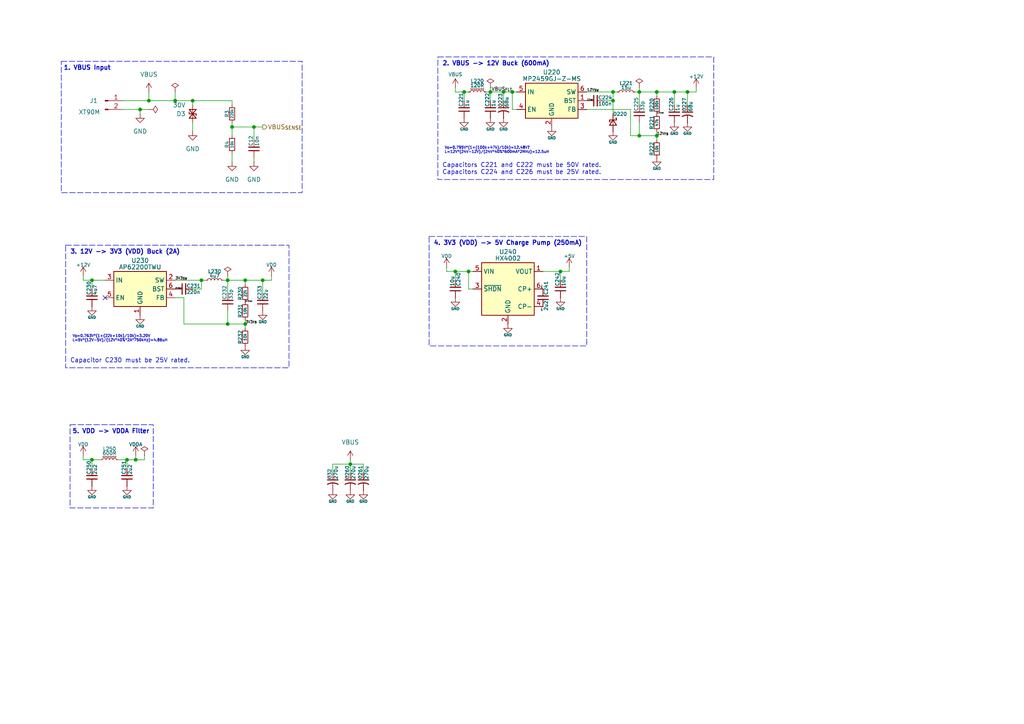
<source format=kicad_sch>
(kicad_sch (version 20250114) (generator "eeschema") (generator_version "9.0")
  (paper "A4")
  (lib_symbols
    (symbol "Bluesat:C_CompactH" (pin_numbers (hide yes)) (pin_names (offset 0.254) (hide yes))
      (property "Reference" "C" (at 0.762 0.889 0))
      (property "Value" "C_CompactH" (at -0.762 0.889 0))
      (symbol "C_CompactH_0_1"
        (polyline (pts (xy -0.508 -1.524) (xy -0.508 1.524)) (stroke (width 0.3048)))
        (polyline (pts (xy 0.508 -1.524) (xy 0.508 1.524)) (stroke (width 0.3302)))
      )
      (symbol "C_CompactH_1_1"
        (pin passive line (at -2.54 0 0) (length 2.032) (name "~") (number "1"))
        (pin passive line (at 2.54 0 180) (length 2.032) (name "~") (number "2"))
      )
    )
    (symbol "Bluesat:C_CompactV" (pin_numbers (hide yes)) (pin_names (offset 0.254) (hide yes))
      (property "Reference" "C" (at -0.889 0.762 90))
      (property "Value" "C_CompactV" (at 0.889 0.762 90))
      (symbol "C_CompactV_0_1"
        (polyline (pts (xy 1.524 0.508) (xy -1.524 0.508)) (stroke (width 0.3302)))
        (polyline (pts (xy 1.524 -0.508) (xy -1.524 -0.508)) (stroke (width 0.3048)))
      )
      (symbol "C_CompactV_1_1"
        (pin passive line (at 0 2.54 270) (length 2.032) (name "~") (number "2"))
        (pin passive line (at 0 -2.54 90) (length 2.032) (name "~") (number "1"))
      )
    )
    (symbol "Bluesat:MP2459GJ-Z-MS"
      (property "Reference" "U" (at -7.62 6.35 0))
      (property "Value" "MP2459GJ-Z-MS" (at 2.54 6.35 0))
      (symbol "MP2459GJ-Z-MS_0_1"
        (rectangle (start -7.62 5.08) (end 7.62 -5.08) (stroke (width 0.254)) (fill (type background)))
      )
      (symbol "MP2459GJ-Z-MS_1_1"
        (pin power_in line (at -10.16 2.54 0) (length 2.54) (name "IN") (number "5"))
        (pin passive line (at -10.16 -2.54 0) (length 2.54) (name "EN") (number "4"))
        (pin power_in line (at 0 -7.62 90) (length 2.54) (name "GND") (number "2"))
        (pin output line (at 10.16 2.54 180) (length 2.54) (name "SW") (number "6"))
        (pin passive line (at 10.16 0 180) (length 2.54) (name "BST") (number "1"))
        (pin input line (at 10.16 -2.54 180) (length 2.54) (name "FB") (number "3"))
      )
    )
    (symbol "Bluesat:R_CompactV" (pin_numbers (hide yes)) (pin_names (offset 0.254) (hide yes))
      (property "Reference" "R" (at -0.889 0 90))
      (property "Value" "R_CompactV" (at 0 0 90))
      (symbol "R_CompactV_0_1"
        (rectangle (start -0.762 1.778) (end 0.762 -1.778) (stroke (width 0.2032)))
      )
      (symbol "R_CompactV_1_1"
        (pin passive line (at 0 2.54 270) (length 0.762) (name "~") (number "1"))
        (pin passive line (at 0 -2.54 90) (length 0.762) (name "~") (number "2"))
      )
    )
    (symbol "C_CompactV_1" (pin_numbers (hide yes)) (pin_names (offset 0.254) (hide yes))
      (property "Reference" "C" (at -0.889 0.762 90))
      (property "Value" "C_CompactV" (at 0.889 0.762 90))
      (symbol "C_CompactV_1_0_1"
        (polyline (pts (xy 1.524 0.508) (xy -1.524 0.508)) (stroke (width 0.3302)))
        (polyline (pts (xy 1.524 -0.508) (xy -1.524 -0.508)) (stroke (width 0.3048)))
      )
      (symbol "C_CompactV_1_1_1"
        (pin passive line (at 0 2.54 270) (length 2.032) (name "~") (number "2"))
        (pin passive line (at 0 -2.54 90) (length 2.032) (name "~") (number "1"))
      )
    )
    (symbol "C_CompactV_2" (pin_numbers (hide yes)) (pin_names (offset 0.254) (hide yes))
      (property "Reference" "C" (at -0.889 0.762 90))
      (property "Value" "C_CompactV" (at 0.889 0.762 90))
      (symbol "C_CompactV_2_0_1"
        (polyline (pts (xy 1.524 0.508) (xy -1.524 0.508)) (stroke (width 0.3302)))
        (polyline (pts (xy 1.524 -0.508) (xy -1.524 -0.508)) (stroke (width 0.3048)))
      )
      (symbol "C_CompactV_2_1_1"
        (pin passive line (at 0 2.54 270) (length 2.032) (name "~") (number "2"))
        (pin passive line (at 0 -2.54 90) (length 2.032) (name "~") (number "1"))
      )
    )
    (symbol "Connector:Conn_01x02_Pin" (pin_names (offset 1.016) (hide yes))
      (property "Reference" "J" (at 0 2.54 0))
      (property "Value" "Conn_01x02_Pin" (at 0 -5.08 0))
      (symbol "Conn_01x02_Pin_1_1"
        (rectangle (start 0.8636 0.127) (end 0 -0.127) (stroke (width 0.1524)) (fill (type outline)))
        (rectangle (start 0.8636 -2.413) (end 0 -2.667) (stroke (width 0.1524)) (fill (type outline)))
        (polyline (pts (xy 1.27 0) (xy 0.8636 0)) (stroke (width 0.1524)))
        (polyline (pts (xy 1.27 -2.54) (xy 0.8636 -2.54)) (stroke (width 0.1524)))
        (pin passive line (at 5.08 0 180) (length 3.81) (name "Pin_1") (number "1"))
        (pin passive line (at 5.08 -2.54 180) (length 3.81) (name "Pin_2") (number "2"))
      )
    )
    (symbol "Device:C_Polarized_Small_US" (pin_numbers (hide yes)) (pin_names (offset 0.254) (hide yes))
      (property "Reference" "C" (at 0.254 1.778 0))
      (property "Value" "C_Polarized_Small_US" (at 0.254 -2.032 0))
      (symbol "C_Polarized_Small_US_0_1"
        (polyline (pts (xy -1.524 0.508) (xy 1.524 0.508)) (stroke (width 0.3048)))
        (polyline (pts (xy -1.27 1.524) (xy -0.762 1.524)))
        (polyline (pts (xy -1.016 1.27) (xy -1.016 1.778)))
        (arc (start -1.524 -0.762) (mid 0 -0.3734) (end 1.524 -0.762) (stroke (width 0.3048)))
      )
      (symbol "C_Polarized_Small_US_1_1"
        (pin passive line (at 0 2.54 270) (length 2.032) (name "~") (number "1"))
        (pin passive line (at 0 -2.54 90) (length 2.032) (name "~") (number "2"))
      )
    )
    (symbol "Device:D_Schottky_Small" (pin_numbers (hide yes)) (pin_names (offset 0.254) (hide yes))
      (property "Reference" "D" (at -1.27 2.032 0))
      (property "Value" "D_Schottky_Small" (at -7.112 -2.032 0))
      (symbol "D_Schottky_Small_0_1"
        (polyline (pts (xy -1.27 0.762) (xy -1.27 1.016) (xy -0.762 1.016) (xy -0.762 -1.016) (xy -0.254 -1.016) (xy -0.254 -0.762)) (stroke (width 0.254)))
        (polyline (pts (xy -0.762 0) (xy 0.762 0)))
        (polyline (pts (xy 0.762 -1.016) (xy -0.762 0) (xy 0.762 1.016) (xy 0.762 -1.016)) (stroke (width 0.254)))
      )
      (symbol "D_Schottky_Small_1_1"
        (pin passive line (at -2.54 0 0) (length 1.778) (name "K") (number "1"))
        (pin passive line (at 2.54 0 180) (length 1.778) (name "A") (number "2"))
      )
    )
    (symbol "Device:D_TVS_Small" (pin_numbers (hide yes)) (pin_names (offset 1.016) (hide yes))
      (property "Reference" "D" (at 0 2.54 0))
      (property "Value" "D_TVS_Small" (at 0 -2.54 0))
      (symbol "D_TVS_Small_0_1"
        (polyline (pts (xy -1.27 1.016) (xy -1.27 -1.016) (xy 1.27 1.016) (xy 1.27 -1.016) (xy -1.27 1.016)) (stroke (width 0.254)))
        (polyline (pts (xy -1.27 0) (xy 1.27 0)))
        (polyline (pts (xy 0.508 1.016) (xy 0 1.016) (xy 0 -1.016) (xy -0.508 -1.016)) (stroke (width 0.254)))
      )
      (symbol "D_TVS_Small_1_1"
        (pin passive line (at -2.54 0 0) (length 1.27) (name "A1") (number "1"))
        (pin passive line (at 2.54 0 180) (length 1.27) (name "A2") (number "2"))
      )
    )
    (symbol "Device:L_Ferrite_Small" (pin_numbers (hide yes)) (pin_names (offset 0.254) (hide yes))
      (property "Reference" "L" (at 1.27 1.016 0))
      (property "Value" "L_Ferrite_Small" (at 1.27 -1.27 0))
      (symbol "L_Ferrite_Small_0_1"
        (arc (start 0 2.032) (mid 0.5058 1.524) (end 0 1.016))
        (arc (start 0 1.016) (mid 0.5058 0.508) (end 0 0))
        (arc (start 0 0) (mid 0.5058 -0.508) (end 0 -1.016))
        (arc (start 0 -1.016) (mid 0.5058 -1.524) (end 0 -2.032))
        (polyline (pts (xy 0.762 1.651) (xy 0.762 1.905)))
        (polyline (pts (xy 0.762 1.143) (xy 0.762 1.397)))
        (polyline (pts (xy 0.762 0.635) (xy 0.762 0.889)))
        (polyline (pts (xy 0.762 0.127) (xy 0.762 0.381)))
        (polyline (pts (xy 0.762 -0.381) (xy 0.762 -0.127)))
        (polyline (pts (xy 0.762 -0.889) (xy 0.762 -0.635)))
        (polyline (pts (xy 0.762 -1.397) (xy 0.762 -1.143)))
        (polyline (pts (xy 0.762 -1.905) (xy 0.762 -1.651)))
        (polyline (pts (xy 1.016 1.905) (xy 1.016 1.651)))
        (polyline (pts (xy 1.016 1.397) (xy 1.016 1.143)))
        (polyline (pts (xy 1.016 0.889) (xy 1.016 0.635)))
        (polyline (pts (xy 1.016 0.381) (xy 1.016 0.127)))
        (polyline (pts (xy 1.016 -0.127) (xy 1.016 -0.381)))
        (polyline (pts (xy 1.016 -0.635) (xy 1.016 -0.889)))
        (polyline (pts (xy 1.016 -1.143) (xy 1.016 -1.397)))
        (polyline (pts (xy 1.016 -1.651) (xy 1.016 -1.905)))
      )
      (symbol "L_Ferrite_Small_1_1"
        (pin passive line (at 0 2.54 270) (length 0.508) (name "~") (number "1"))
        (pin passive line (at 0 -2.54 90) (length 0.508) (name "~") (number "2"))
      )
    )
    (symbol "Device:L_Small" (pin_numbers (hide yes)) (pin_names (offset 0.254) (hide yes))
      (property "Reference" "L" (at 0.762 1.016 0))
      (property "Value" "L_Small" (at 0.762 -1.016 0))
      (symbol "L_Small_0_1"
        (arc (start 0 2.032) (mid 0.5058 1.524) (end 0 1.016))
        (arc (start 0 1.016) (mid 0.5058 0.508) (end 0 0))
        (arc (start 0 0) (mid 0.5058 -0.508) (end 0 -1.016))
        (arc (start 0 -1.016) (mid 0.5058 -1.524) (end 0 -2.032))
      )
      (symbol "L_Small_1_1"
        (pin passive line (at 0 2.54 270) (length 0.508) (name "~") (number "1"))
        (pin passive line (at 0 -2.54 90) (length 0.508) (name "~") (number "2"))
      )
    )
    (symbol "Regulator_SwitchedCapacitor:LTC1754"
      (property "Reference" "U" (at -7.62 10.16 0))
      (property "Value" "LTC1754" (at 5.08 10.16 0))
      (symbol "LTC1754_0_1"
        (rectangle (start -7.62 7.62) (end 7.62 -7.62) (stroke (width 0.254)) (fill (type background)))
      )
      (symbol "LTC1754_1_1"
        (pin power_in line (at -10.16 5.08 0) (length 2.54) (name "VIN") (number "5"))
        (pin input line (at -10.16 0 0) (length 2.54) (name "~{SHDN}") (number "3"))
        (pin power_in line (at 0 -10.16 90) (length 2.54) (name "GND") (number "2"))
        (pin power_out line (at 10.16 5.08 180) (length 2.54) (name "VOUT") (number "1"))
        (pin passive line (at 10.16 0 180) (length 2.54) (name "CP+") (number "6"))
        (pin passive line (at 10.16 -5.08 180) (length 2.54) (name "CP-") (number "4"))
      )
    )
    (symbol "Regulator_Switching:AP62300WU"
      (property "Reference" "U" (at -7.62 6.35 0))
      (property "Value" "AP62300WU" (at 2.54 6.35 0))
      (symbol "AP62300WU_0_1"
        (rectangle (start -7.62 5.08) (end 7.62 -5.08) (stroke (width 0.254)) (fill (type background)))
      )
      (symbol "AP62300WU_1_1"
        (pin power_in line (at -10.16 2.54 0) (length 2.54) (name "IN") (number "3"))
        (pin passive line (at -10.16 -2.54 0) (length 2.54) (name "EN") (number "5"))
        (pin power_in line (at 0 -7.62 90) (length 2.54) (name "GND") (number "1"))
        (pin output line (at 10.16 2.54 180) (length 2.54) (name "SW") (number "2"))
        (pin passive line (at 10.16 0 180) (length 2.54) (name "BST") (number "6"))
        (pin input line (at 10.16 -2.54 180) (length 2.54) (name "FB") (number "4"))
      )
    )
    (symbol "power:+12V" (power) (pin_numbers (hide yes)) (pin_names (offset 0) (hide yes))
      (property "Value" "+12V" (at 0 3.556 0))
      (symbol "+12V_0_1"
        (polyline (pts (xy -0.762 1.27) (xy 0 2.54)))
        (polyline (pts (xy 0 2.54) (xy 0.762 1.27)))
        (polyline (pts (xy 0 0) (xy 0 2.54)))
      )
      (symbol "+12V_1_1"
        (pin power_in line (at 0 0 90) (length 0) (name "~") (number "1"))
      )
    )
    (symbol "power:+5V" (power) (pin_numbers (hide yes)) (pin_names (offset 0) (hide yes))
      (property "Value" "+5V" (at 0 3.556 0))
      (symbol "+5V_0_1"
        (polyline (pts (xy -0.762 1.27) (xy 0 2.54)))
        (polyline (pts (xy 0 2.54) (xy 0.762 1.27)))
        (polyline (pts (xy 0 0) (xy 0 2.54)))
      )
      (symbol "+5V_1_1"
        (pin power_in line (at 0 0 90) (length 0) (name "~") (number "1"))
      )
    )
    (symbol "power:GND" (power) (pin_numbers (hide yes)) (pin_names (offset 0) (hide yes))
      (property "Value" "GND" (at 0 -3.81 0))
      (symbol "GND_0_1"
        (polyline (pts (xy 0 0) (xy 0 -1.27) (xy 1.27 -1.27) (xy 0 -2.54) (xy -1.27 -1.27) (xy 0 -1.27)))
      )
      (symbol "GND_1_1"
        (pin power_in line (at 0 0 270) (length 0) (name "~") (number "1"))
      )
    )
    (symbol "power:PWR_FLAG" (power) (pin_numbers (hide yes)) (pin_names (offset 0) (hide yes))
      (property "Value" "PWR_FLAG" (at 0 3.81 0))
      (symbol "PWR_FLAG_0_0"
        (pin power_out line (at 0 0 90) (length 0) (name "~") (number "1"))
      )
      (symbol "PWR_FLAG_0_1"
        (polyline (pts (xy 0 0) (xy 0 1.27) (xy -1.016 1.905) (xy 0 2.54) (xy 1.016 1.905) (xy 0 1.27)))
      )
    )
    (symbol "power:VBUS" (power) (pin_numbers (hide yes)) (pin_names (offset 0) (hide yes))
      (property "Value" "VBUS" (at 0 3.556 0))
      (symbol "VBUS_0_1"
        (polyline (pts (xy -0.762 1.27) (xy 0 2.54)))
        (polyline (pts (xy 0 2.54) (xy 0.762 1.27)))
        (polyline (pts (xy 0 0) (xy 0 2.54)))
      )
      (symbol "VBUS_1_1"
        (pin power_in line (at 0 0 90) (length 0) (name "~") (number "1"))
      )
    )
    (symbol "power:VDD" (power) (pin_numbers (hide yes)) (pin_names (offset 0) (hide yes))
      (property "Value" "VDD" (at 0 3.556 0))
      (symbol "VDD_0_1"
        (polyline (pts (xy -0.762 1.27) (xy 0 2.54)))
        (polyline (pts (xy 0 2.54) (xy 0.762 1.27)))
        (polyline (pts (xy 0 0) (xy 0 2.54)))
      )
      (symbol "VDD_1_1"
        (pin power_in line (at 0 0 90) (length 0) (name "~") (number "1"))
      )
    )
    (symbol "power:VDDA" (power) (pin_numbers (hide yes)) (pin_names (offset 0) (hide yes))
      (property "Value" "VDDA" (at 0 3.556 0))
      (symbol "VDDA_0_1"
        (polyline (pts (xy -0.762 1.27) (xy 0 2.54)))
        (polyline (pts (xy 0 2.54) (xy 0.762 1.27)))
        (polyline (pts (xy 0 0) (xy 0 2.54)))
      )
      (symbol "VDDA_1_1"
        (pin power_in line (at 0 0 90) (length 0) (name "~") (number "1"))
      )
    )
  )
  (rectangle (start 17.78 17.78) (end 87.63 55.88) (stroke (width 0) (type dash)))
  (rectangle (start 19.05 71.12) (end 83.82 106.68) (stroke (width 0) (type dash)))
  (rectangle (start 20.32 123.19) (end 44.45 147.32) (stroke (width 0) (type dash)))
  (rectangle (start 127 16.51) (end 207.01 52.07) (stroke (width 0) (type dash)))
  (rectangle (start 124.46 68.58) (end 170.18 100.33) (stroke (width 0) (type dash)))
  (text "4. 3V3 (VDD) -> 5V Charge Pump (250mA)" (at 125.73 69.85 0) (effects (font (size 1.27 1.27) (thickness 0.254) (bold yes)) (justify left top)))
  (text "Capacitor C230 must be 25V rated." (at 20.32 105.41 0) (effects (font (size 1.27 1.27)) (justify left bottom)))
  (text "1. VBUS Input" (at 18.415 19.05 0) (effects (font (size 1.27 1.27) (thickness 0.254) (bold yes)) (justify left top)))
  (text "V_{O}=0.795V*(1+(100k+47k)/10k)=12.48V\r\nL=12V*(24V-12V)/(24V*40%*600mA*2MHz)=12.5uH" (at 128.905 42.545 0) (effects (font (size 0.762 0.762)) (justify left top)))
  (text "Capacitors C221 and C222 must be 50V rated.\nCapacitors C224 and C226 must be 25V rated." (at 128.27 50.8 0) (effects (font (size 1.27 1.27)) (justify left bottom)))
  (text "2. VBUS -> 12V Buck (600mA)" (at 128.27 17.78 0) (effects (font (size 1.27 1.27) (thickness 0.254) (bold yes)) (justify left top)))
  (text "5. VDD -> VDDA Filter" (at 20.955 124.46 0) (effects (font (size 1.27 1.27) (thickness 0.254) (bold yes)) (justify left top)))
  (text "3. 12V -> 3V3 (VDD) Buck (2A)" (at 20.32 72.39 0) (effects (font (size 1.27 1.27) (thickness 0.254) (bold yes)) (justify left top)))
  (text "V_{O}=0.763V*(1+(22k+10k)/10k)=3.20V\nL=5V*(12V-5V)/(12V*40%*2A*750kHz)=4.86uH" (at 20.955 97.155 0) (effects (font (size 0.762 0.762)) (justify left top)))
  (junction (at 40.64 31.75))
  (junction (at 148.59 26.67))
  (junction (at 36.83 133.35))
  (junction (at 195.58 26.67))
  (junction (at 43.18 29.21))
  (junction (at 73.66 36.83))
  (junction (at 66.04 93.98))
  (junction (at 101.6 134.62))
  (junction (at 71.12 93.98))
  (junction (at 67.31 36.83))
  (junction (at 135.89 78.74))
  (junction (at 58.42 81.28))
  (junction (at 132.08 78.74))
  (junction (at 177.8 29.21))
  (junction (at 55.88 29.21))
  (junction (at 71.12 81.28))
  (junction (at 199.39 26.67))
  (junction (at 26.67 81.28))
  (junction (at 177.8 26.67))
  (junction (at 190.5 26.67))
  (junction (at 39.37 133.35))
  (junction (at 66.04 81.28))
  (junction (at 146.05 26.67))
  (junction (at 50.8 29.21))
  (junction (at 185.42 26.67))
  (junction (at 162.56 78.74))
  (junction (at 76.2 81.28))
  (junction (at 26.67 133.35))
  (junction (at 190.5 39.37))
  (junction (at 185.42 39.37))
  (junction (at 134.62 26.67))
  (junction (at 142.24 26.67))
  (no_connect (at 30.48 86.36))
  (wire (pts (xy 142.24 25.4) (xy 142.24 26.67)))
  (wire (pts (xy 67.31 36.83) (xy 73.66 36.83)))
  (wire (pts (xy 140.97 26.67) (xy 142.24 26.67)))
  (wire (pts (xy 71.12 93.98) (xy 71.12 95.25)))
  (wire (pts (xy 146.05 26.67) (xy 148.59 26.67)))
  (wire (pts (xy 24.13 133.35) (xy 26.67 133.35)))
  (wire (pts (xy 35.56 31.75) (xy 40.64 31.75)))
  (wire (pts (xy 53.34 93.98) (xy 53.34 86.36)))
  (wire (pts (xy 26.67 133.35) (xy 29.21 133.35)))
  (wire (pts (xy 55.88 83.82) (xy 58.42 83.82)))
  (wire (pts (xy 73.66 36.83) (xy 76.2 36.83)))
  (wire (pts (xy 34.29 133.35) (xy 36.83 133.35)))
  (wire (pts (xy 165.1 77.47) (xy 165.1 78.74)))
  (wire (pts (xy 149.86 31.75) (xy 148.59 31.75)))
  (wire (pts (xy 71.12 82.55) (xy 71.12 81.28)))
  (wire (pts (xy 71.12 92.71) (xy 71.12 93.98)))
  (wire (pts (xy 67.31 44.45) (xy 67.31 46.99)))
  (wire (pts (xy 66.04 93.98) (xy 71.12 93.98)))
  (wire (pts (xy 50.8 26.67) (xy 50.8 29.21)))
  (wire (pts (xy 66.04 93.98) (xy 53.34 93.98)))
  (wire (pts (xy 182.88 39.37) (xy 185.42 39.37)))
  (wire (pts (xy 132.08 26.67) (xy 132.08 25.4)))
  (wire (pts (xy 55.88 30.48) (xy 55.88 29.21)))
  (wire (pts (xy 58.42 81.28) (xy 59.69 81.28)))
  (wire (pts (xy 132.08 78.74) (xy 132.08 81.28)))
  (wire (pts (xy 36.83 135.89) (xy 36.83 133.35)))
  (wire (pts (xy 43.18 29.21) (xy 50.8 29.21)))
  (wire (pts (xy 177.8 26.67) (xy 179.07 26.67)))
  (wire (pts (xy 39.37 133.35) (xy 39.37 132.08)))
  (wire (pts (xy 26.67 81.28) (xy 26.67 83.82)))
  (wire (pts (xy 66.04 81.28) (xy 66.04 85.09)))
  (wire (pts (xy 177.8 26.67) (xy 177.8 29.21)))
  (wire (pts (xy 50.8 29.21) (xy 55.88 29.21)))
  (wire (pts (xy 66.04 81.28) (xy 71.12 81.28)))
  (wire (pts (xy 185.42 25.4) (xy 185.42 26.67)))
  (wire (pts (xy 58.42 81.28) (xy 58.42 83.82)))
  (wire (pts (xy 66.04 80.01) (xy 66.04 81.28)))
  (wire (pts (xy 26.67 81.28) (xy 30.48 81.28)))
  (wire (pts (xy 26.67 133.35) (xy 26.67 135.89)))
  (wire (pts (xy 71.12 81.28) (xy 76.2 81.28)))
  (wire (pts (xy 135.89 78.74) (xy 137.16 78.74)))
  (wire (pts (xy 105.41 134.62) (xy 105.41 137.16)))
  (wire (pts (xy 162.56 78.74) (xy 162.56 81.28)))
  (wire (pts (xy 142.24 26.67) (xy 142.24 29.21)))
  (wire (pts (xy 162.56 78.74) (xy 165.1 78.74)))
  (wire (pts (xy 170.18 26.67) (xy 177.8 26.67)))
  (wire (pts (xy 41.91 132.08) (xy 41.91 133.35)))
  (wire (pts (xy 185.42 39.37) (xy 190.5 39.37)))
  (wire (pts (xy 73.66 36.83) (xy 73.66 40.64)))
  (wire (pts (xy 182.88 31.75) (xy 182.88 39.37)))
  (wire (pts (xy 134.62 26.67) (xy 134.62 29.21)))
  (wire (pts (xy 78.74 81.28) (xy 78.74 80.01)))
  (wire (pts (xy 185.42 26.67) (xy 190.5 26.67)))
  (wire (pts (xy 41.91 133.35) (xy 39.37 133.35)))
  (wire (pts (xy 67.31 29.21) (xy 67.31 30.48)))
  (wire (pts (xy 175.26 29.21) (xy 177.8 29.21)))
  (wire (pts (xy 66.04 81.28) (xy 64.77 81.28)))
  (wire (pts (xy 24.13 133.35) (xy 24.13 132.08)))
  (wire (pts (xy 190.5 26.67) (xy 195.58 26.67)))
  (wire (pts (xy 195.58 26.67) (xy 195.58 30.48)))
  (wire (pts (xy 177.8 29.21) (xy 177.8 33.02)))
  (wire (pts (xy 43.18 26.67) (xy 43.18 29.21)))
  (wire (pts (xy 101.6 137.16) (xy 101.6 134.62)))
  (wire (pts (xy 50.8 81.28) (xy 58.42 81.28)))
  (wire (pts (xy 201.93 26.67) (xy 201.93 25.4)))
  (wire (pts (xy 24.13 81.28) (xy 26.67 81.28)))
  (wire (pts (xy 24.13 81.28) (xy 24.13 80.01)))
  (wire (pts (xy 36.83 133.35) (xy 39.37 133.35)))
  (wire (pts (xy 135.89 83.82) (xy 135.89 78.74)))
  (wire (pts (xy 96.52 134.62) (xy 101.6 134.62)))
  (wire (pts (xy 55.88 29.21) (xy 67.31 29.21)))
  (wire (pts (xy 190.5 27.94) (xy 190.5 26.67)))
  (wire (pts (xy 96.52 137.16) (xy 96.52 134.62)))
  (wire (pts (xy 55.88 35.56) (xy 55.88 38.1)))
  (wire (pts (xy 170.18 31.75) (xy 182.88 31.75)))
  (wire (pts (xy 101.6 134.62) (xy 105.41 134.62)))
  (wire (pts (xy 148.59 26.67) (xy 148.59 31.75)))
  (wire (pts (xy 185.42 35.56) (xy 185.42 39.37)))
  (wire (pts (xy 134.62 26.67) (xy 135.89 26.67)))
  (wire (pts (xy 67.31 35.56) (xy 67.31 36.83)))
  (wire (pts (xy 190.5 38.1) (xy 190.5 39.37)))
  (wire (pts (xy 35.56 29.21) (xy 43.18 29.21)))
  (wire (pts (xy 146.05 26.67) (xy 146.05 29.21)))
  (wire (pts (xy 76.2 85.09) (xy 76.2 81.28)))
  (wire (pts (xy 132.08 78.74) (xy 135.89 78.74)))
  (wire (pts (xy 40.64 31.75) (xy 40.64 33.02)))
  (wire (pts (xy 184.15 26.67) (xy 185.42 26.67)))
  (wire (pts (xy 195.58 26.67) (xy 199.39 26.67)))
  (wire (pts (xy 73.66 45.72) (xy 73.66 46.99)))
  (wire (pts (xy 199.39 26.67) (xy 201.93 26.67)))
  (wire (pts (xy 157.48 78.74) (xy 162.56 78.74)))
  (wire (pts (xy 142.24 26.67) (xy 146.05 26.67)))
  (wire (pts (xy 185.42 26.67) (xy 185.42 30.48)))
  (wire (pts (xy 132.08 26.67) (xy 134.62 26.67)))
  (wire (pts (xy 101.6 133.35) (xy 101.6 134.62)))
  (wire (pts (xy 199.39 30.48) (xy 199.39 26.67)))
  (wire (pts (xy 190.5 39.37) (xy 190.5 40.64)))
  (wire (pts (xy 67.31 36.83) (xy 67.31 39.37)))
  (wire (pts (xy 129.54 78.74) (xy 129.54 77.47)))
  (wire (pts (xy 66.04 90.17) (xy 66.04 93.98)))
  (wire (pts (xy 40.64 31.75) (xy 43.18 31.75)))
  (wire (pts (xy 53.34 86.36) (xy 50.8 86.36)))
  (wire (pts (xy 129.54 78.74) (xy 132.08 78.74)))
  (wire (pts (xy 137.16 83.82) (xy 135.89 83.82)))
  (wire (pts (xy 76.2 81.28) (xy 78.74 81.28)))
  (wire (pts (xy 148.59 26.67) (xy 149.86 26.67)))
  (label "3V3_{FBM}" (at 71.12 87.63 0) (effects (font (size 0.381 0.381))))
  (label "CP+" (at 157.48 83.82 90) (effects (font (size 0.381 0.381))))
  (label "12V_{FBM}" (at 190.5 33.02 0) (effects (font (size 0.381 0.381))))
  (label "VBUS_{FLT}" (at 148.59 26.67 180) (effects (font (size 1.016 1.016))))
  (label "12V_{BST}" (at 170.18 29.21 0) (effects (font (size 0.381 0.381))))
  (label "3V3_{BST}" (at 50.8 83.82 0) (effects (font (size 0.381 0.381))))
  (label "12V_{SW}" (at 170.18 26.67 0) (effects (font (size 0.762 0.762))))
  (label "CP-" (at 157.48 88.9 270) (effects (font (size 0.381 0.381))))
  (label "3V3_{SW}" (at 50.8 81.28 0) (effects (font (size 0.762 0.762))))
  (label "3V3_{FB}" (at 71.12 93.98 0) (effects (font (size 0.762 0.762))))
  (label "12V_{FB}" (at 190.5 39.37 0) (effects (font (size 0.762 0.762))))
  (hierarchical_label "VBUS_{SENSE}" (shape output) (at 76.2 36.83 0))
  (symbol (lib_id "Device:C_Polarized_Small_US") (at 105.41 139.7 0) (unit 1)
    (property "Reference" "C261" (at 104.521 139.065 90) (effects (font (size 1.016 1.016)) (justify left)))
    (property "Value" "270u" (at 106.299 139.065 90) (effects (font (size 1.016 1.016)) (justify left)))
    (property "Footprint" "Capacitor_SMD:CP_Elec_10x10" (effects (hide yes)))
    (property "Description" "Polarized capacitor, small US symbol" (effects (hide yes)))
  )
  (symbol (lib_id "Device:C_Polarized_Small_US") (at 101.6 139.7 0) (unit 1)
    (property "Reference" "C260" (at 100.711 139.065 90) (effects (font (size 1.016 1.016)) (justify left)))
    (property "Value" "270u" (at 102.489 139.065 90) (effects (font (size 1.016 1.016)) (justify left)))
    (property "Footprint" "Capacitor_SMD:CP_Elec_10x10" (effects (hide yes)))
    (property "Description" "Polarized capacitor, small US symbol" (effects (hide yes)))
  )
  (symbol (lib_id "power:GND") (at 190.5 45.72 0) (unit 1)
    (property "Reference" "#PWR0210" (effects (hide yes)))
    (property "Value" "GND" (at 190.5 48.895 0) (effects (font (size 0.762 0.762))))
    (property "Description" "Power symbol creates a global label with name \"GND\" , ground" (effects (hide yes)))
  )
  (symbol (lib_id "Bluesat:R_CompactV") (at 190.5 30.48 0) (unit 1)
    (property "Reference" "R220" (at 189.611 30.48 90) (effects (font (size 1.016 1.016)) (justify bottom)))
    (property "Value" "100k" (at 190.5 30.48 90) (effects (font (size 0.762 0.762))))
    (property "Footprint" "Resistor_SMD:R_0402_1005Metric" (effects (hide yes)))
    (property "Description" "Resistor, compact symbol" (effects (hide yes)))
  )
  (symbol (lib_id "Bluesat:C_CompactV") (at 172.72 29.21 270) (mirror x) (unit 1)
    (property "Reference" "C224" (at 173.482 28.321 90) (effects (font (size 1.016 1.016)) (justify left)))
    (property "Value" "100n" (at 173.482 30.099 90) (effects (font (size 1.016 1.016)) (justify left)))
    (property "Footprint" "Capacitor_SMD:C_0402_1005Metric" (effects (hide yes)))
    (property "Description" "Unpolarized capacitor, compact symbol" (effects (hide yes)))
  )
  (symbol (lib_name "C_CompactV_2") (lib_id "Bluesat:C_CompactV") (at 195.58 33.02 0) (unit 1)
    (property "Reference" "C226" (at 194.691 32.258 90) (effects (font (size 1.016 1.016)) (justify left)))
    (property "Value" "1u" (at 196.469 32.258 90) (effects (font (size 1.016 1.016)) (justify left)))
    (property "Footprint" "Capacitor_SMD:C_0805_2012Metric" (effects (hide yes)))
    (property "Description" "Unpolarized capacitor, compact symbol" (effects (hide yes)))
  )
  (symbol (lib_id "power:GND") (at 73.66 46.99 0) (unit 1)
    (property "Reference" "#PWR015" (effects (hide yes)))
    (property "Value" "GND" (at 73.66 52.07 0))
    (property "Description" "Power symbol creates a global label with name \"GND\" , ground" (effects (hide yes)))
  )
  (symbol (lib_id "power:GND") (at 146.05 34.29 0) (unit 1)
    (property "Reference" "#PWR0233" (effects (hide yes)))
    (property "Value" "GND" (at 146.05 37.465 0) (effects (font (size 0.762 0.762))))
    (property "Description" "Power symbol creates a global label with name \"GND\" , ground" (effects (hide yes)))
  )
  (symbol (lib_id "Device:L_Small") (at 62.23 81.28 90) (unit 1)
    (property "Reference" "L230" (at 62.23 78.74 90) (effects (font (size 1.016 1.016))))
    (property "Value" "4u7" (at 62.23 80.01 90) (effects (font (size 1.016 1.016))))
    (property "Footprint" "Inductor_SMD:L_Changjiang_FNR4020S" (effects (hide yes)))
    (property "Description" "Inductor, small symbol" (effects (hide yes)))
  )
  (symbol (lib_id "power:GND") (at 55.88 38.1 0) (unit 1)
    (property "Reference" "#PWR013" (effects (hide yes)))
    (property "Value" "GND" (at 55.88 43.18 0))
    (property "Description" "Power symbol creates a global label with name \"GND\" , ground" (effects (hide yes)))
  )
  (symbol (lib_id "power:GND") (at 71.12 100.33 0) (unit 1)
    (property "Reference" "#PWR0216" (effects (hide yes)))
    (property "Value" "GND" (at 71.12 103.505 0) (effects (font (size 0.762 0.762))))
    (property "Description" "Power symbol creates a global label with name \"GND\" , ground" (effects (hide yes)))
  )
  (symbol (lib_id "power:GND") (at 199.39 35.56 0) (unit 1)
    (property "Reference" "#PWR0211" (effects (hide yes)))
    (property "Value" "GND" (at 199.39 38.735 0) (effects (font (size 0.762 0.762))))
    (property "Description" "Power symbol creates a global label with name \"GND\" , ground" (effects (hide yes)))
  )
  (symbol (lib_id "Bluesat:R_CompactV") (at 71.12 97.79 0) (unit 1)
    (property "Reference" "R232" (at 70.231 97.79 90) (effects (font (size 1.016 1.016)) (justify bottom)))
    (property "Value" "10k" (at 71.12 97.79 90) (effects (font (size 0.762 0.762))))
    (property "Footprint" "Resistor_SMD:R_0402_1005Metric" (effects (hide yes)))
    (property "Description" "Resistor, compact symbol" (effects (hide yes)))
  )
  (symbol (lib_id "power:GND") (at 26.67 140.97 0) (unit 1)
    (property "Reference" "#PWR0225" (effects (hide yes)))
    (property "Value" "GND" (at 26.67 144.145 0) (effects (font (size 0.762 0.762))))
    (property "Description" "Power symbol creates a global label with name \"GND\" , ground" (effects (hide yes)))
  )
  (symbol (lib_id "Regulator_SwitchedCapacitor:LTC1754") (at 147.32 83.82 0) (unit 1)
    (property "Reference" "U240" (at 147.32 73.025 0))
    (property "Value" "HX4002" (at 147.32 74.93 0))
    (property "Footprint" "Package_TO_SOT_SMD:SOT-23-6" (effects (hide yes)))
    (property "Datasheet" "https://www.analog.com/media/en/technical-documentation/data-sheets/175435f.pdf" (effects (hide yes)))
    (property "Description" "40mA charge-pump, SOT-23-6" (effects (hide yes)))
  )
  (symbol (lib_id "power:VDD") (at 78.74 80.01 0) (unit 1)
    (property "Reference" "#PWR0223" (effects (hide yes)))
    (property "Value" "VDD" (at 78.74 76.835 0) (effects (font (size 1.016 1.016))))
    (property "Description" "Power symbol creates a global label with name \"VDD\"" (effects (hide yes)))
  )
  (symbol (lib_id "Device:C_Polarized_Small_US") (at 96.52 139.7 0) (unit 1)
    (property "Reference" "C32" (at 95.631 139.065 90) (effects (font (size 1.016 1.016)) (justify left)))
    (property "Value" "270u" (at 97.409 139.065 90) (effects (font (size 1.016 1.016)) (justify left)))
    (property "Footprint" "Capacitor_SMD:CP_Elec_10x10" (effects (hide yes)))
    (property "Description" "Polarized capacitor, small US symbol" (effects (hide yes)))
  )
  (symbol (lib_id "power:PWR_FLAG") (at 142.24 25.4 0) (unit 1)
    (property "Reference" "#FLG0207" (effects (hide yes)))
    (property "Value" "PWR_FLAG" (effects (hide yes)))
    (property "Description" "Special symbol for telling ERC where power comes from" (effects (hide yes)))
  )
  (symbol (lib_id "power:GND") (at 142.24 34.29 0) (unit 1)
    (property "Reference" "#PWR0229" (effects (hide yes)))
    (property "Value" "GND" (at 142.24 37.465 0) (effects (font (size 0.762 0.762))))
    (property "Description" "Power symbol creates a global label with name \"GND\" , ground" (effects (hide yes)))
  )
  (symbol (lib_id "Bluesat:C_CompactV") (at 73.66 43.18 0) (unit 1)
    (property "Reference" "C12" (at 72.771 42.418 90) (effects (font (size 1.016 1.016)) (justify left)))
    (property "Value" "10n" (at 74.549 42.418 90) (effects (font (size 1.016 1.016)) (justify left)))
    (property "Footprint" "Capacitor_SMD:C_0402_1005Metric" (effects (hide yes)))
    (property "Description" "Unpolarized capacitor, compact symbol" (effects (hide yes)))
  )
  (symbol (lib_id "Device:D_Schottky_Small") (at 177.8 35.56 270) (unit 1)
    (property "Reference" "D220" (at 177.8 33.655 90) (effects (font (size 1.016 1.016)) (justify left bottom)))
    (property "Value" "D_Schottky_Small" (effects (hide yes)))
    (property "Footprint" "Diode_SMD:D_SOD-123" (effects (hide yes)))
    (property "Description" "Schottky diode, small symbol" (effects (hide yes)))
  )
  (symbol (lib_id "power:GND") (at 195.58 35.56 0) (unit 1)
    (property "Reference" "#PWR0231" (effects (hide yes)))
    (property "Value" "GND" (at 195.58 38.735 0) (effects (font (size 0.762 0.762))))
    (property "Description" "Power symbol creates a global label with name \"GND\" , ground" (effects (hide yes)))
  )
  (symbol (lib_id "power:GND") (at 160.02 36.83 0) (unit 1)
    (property "Reference" "#PWR0208" (effects (hide yes)))
    (property "Value" "GND" (at 160.02 40.005 0) (effects (font (size 0.762 0.762))))
    (property "Description" "Power symbol creates a global label with name \"GND\" , ground" (effects (hide yes)))
  )
  (symbol (lib_id "Bluesat:R_CompactV") (at 71.12 85.09 0) (unit 1)
    (property "Reference" "R230" (at 70.231 85.09 90) (effects (font (size 1.016 1.016)) (justify bottom)))
    (property "Value" "22k" (at 71.12 85.09 90) (effects (font (size 0.762 0.762))))
    (property "Footprint" "Resistor_SMD:R_0402_1005Metric" (effects (hide yes)))
    (property "Description" "Resistor, compact symbol" (effects (hide yes)))
  )
  (symbol (lib_id "power:GND") (at 96.52 142.24 0) (unit 1)
    (property "Reference" "#PWR072" (effects (hide yes)))
    (property "Value" "GND" (at 96.52 145.415 0) (effects (font (size 0.762 0.762))))
    (property "Description" "Power symbol creates a global label with name \"GND\" , ground" (effects (hide yes)))
  )
  (symbol (lib_id "Connector:Conn_01x02_Pin") (at 30.48 29.21 0) (unit 1)
    (property "Reference" "J1" (at 27.178 29.21 0))
    (property "Value" "XT90M" (at 25.908 32.512 0))
    (property "Footprint" "Connector_AMASS:AMASS_XT90PW-M_1x02_P10.90mm_Horizontal" (effects (hide yes)))
    (property "Description" "Generic connector, single row, 01x02, script generated" (effects (hide yes)))
  )
  (symbol (lib_id "power:GND") (at 162.56 86.36 0) (unit 1)
    (property "Reference" "#PWR0222" (effects (hide yes)))
    (property "Value" "GND" (at 162.56 89.535 0) (effects (font (size 0.762 0.762))))
    (property "Description" "Power symbol creates a global label with name \"GND\" , ground" (effects (hide yes)))
  )
  (symbol (lib_id "Bluesat:C_CompactV") (at 76.2 87.63 0) (mirror y) (unit 1)
    (property "Reference" "C233" (at 75.311 86.868 90) (effects (font (size 1.016 1.016)) (justify left)))
    (property "Value" "22u" (at 77.089 86.868 90) (effects (font (size 1.016 1.016)) (justify left)))
    (property "Footprint" "Capacitor_SMD:C_1210_3225Metric" (effects (hide yes)))
    (property "Description" "Unpolarized capacitor, compact symbol" (effects (hide yes)))
  )
  (symbol (lib_id "power:+12V") (at 24.13 80.01 0) (unit 1)
    (property "Reference" "#PWR0213" (effects (hide yes)))
    (property "Value" "+12V" (at 24.13 76.835 0) (effects (font (size 1.016 1.016))))
    (property "Description" "Power symbol creates a global label with name \"+12V\"" (effects (hide yes)))
  )
  (symbol (lib_id "power:+5V") (at 165.1 77.47 0) (unit 1)
    (property "Reference" "#PWR0220" (effects (hide yes)))
    (property "Value" "+5V" (at 165.1 74.295 0) (effects (font (size 1.016 1.016))))
    (property "Description" "Power symbol creates a global label with name \"+5V\"" (effects (hide yes)))
  )
  (symbol (lib_id "Bluesat:C_CompactV") (at 53.34 83.82 270) (mirror x) (unit 1)
    (property "Reference" "C231" (at 54.102 82.931 90) (effects (font (size 1.016 1.016)) (justify left)))
    (property "Value" "220n" (at 54.102 84.709 90) (effects (font (size 1.016 1.016)) (justify left)))
    (property "Footprint" "Capacitor_SMD:C_0402_1005Metric" (effects (hide yes)))
    (property "Description" "Unpolarized capacitor, compact symbol" (effects (hide yes)))
  )
  (symbol (lib_id "Device:L_Ferrite_Small") (at 138.43 26.67 90) (unit 1)
    (property "Reference" "L220" (at 138.43 23.495 90) (effects (font (size 1.016 1.016))))
    (property "Value" "120R" (at 138.43 24.765 90) (effects (font (size 1.016 1.016))))
    (property "Footprint" "Resistor_SMD:R_0603_1608Metric" (effects (hide yes)))
    (property "Description" "Inductor with ferrite core, small symbol" (effects (hide yes)))
  )
  (symbol (lib_id "Bluesat:R_CompactV") (at 190.5 35.56 0) (unit 1)
    (property "Reference" "R221" (at 189.611 35.56 90) (effects (font (size 1.016 1.016)) (justify bottom)))
    (property "Value" "47k" (at 190.5 35.56 90) (effects (font (size 0.762 0.762))))
    (property "Footprint" "Resistor_SMD:R_0402_1005Metric" (effects (hide yes)))
    (property "Description" "Resistor, compact symbol" (effects (hide yes)))
  )
  (symbol (lib_id "power:VDDA") (at 39.37 132.08 0) (unit 1)
    (property "Reference" "#PWR0207" (effects (hide yes)))
    (property "Value" "VDDA" (at 39.37 128.905 0) (effects (font (size 1.016 1.016))))
    (property "Description" "Power symbol creates a global label with name \"VDDA\"" (effects (hide yes)))
  )
  (symbol (lib_id "Bluesat:R_CompactV") (at 71.12 90.17 0) (unit 1)
    (property "Reference" "R231" (at 70.231 90.17 90) (effects (font (size 1.016 1.016)) (justify bottom)))
    (property "Value" "10k" (at 71.12 90.17 90) (effects (font (size 0.762 0.762))))
    (property "Footprint" "Resistor_SMD:R_0402_1005Metric" (effects (hide yes)))
    (property "Description" "Resistor, compact symbol" (effects (hide yes)))
  )
  (symbol (lib_id "power:PWR_FLAG") (at 41.91 132.08 0) (unit 1)
    (property "Reference" "#FLG0205" (effects (hide yes)))
    (property "Value" "PWR_FLAG" (effects (hide yes)))
    (property "Description" "Special symbol for telling ERC where power comes from" (effects (hide yes)))
  )
  (symbol (lib_id "power:GND") (at 134.62 34.29 0) (unit 1)
    (property "Reference" "#PWR0230" (effects (hide yes)))
    (property "Value" "GND" (at 134.62 37.465 0) (effects (font (size 0.762 0.762))))
    (property "Description" "Power symbol creates a global label with name \"GND\" , ground" (effects (hide yes)))
  )
  (symbol (lib_name "C_CompactV_2") (lib_id "Bluesat:C_CompactV") (at 36.83 138.43 0) (unit 1)
    (property "Reference" "C251" (at 35.941 137.668 90) (effects (font (size 1.016 1.016)) (justify left)))
    (property "Value" "2u2" (at 37.719 137.668 90) (effects (font (size 1.016 1.016)) (justify left)))
    (property "Footprint" "Capacitor_SMD:C_0603_1608Metric" (effects (hide yes)))
    (property "Description" "Unpolarized capacitor, compact symbol" (effects (hide yes)))
  )
  (symbol (lib_id "power:VBUS") (at 132.08 25.4 0) (unit 1)
    (property "Reference" "#PWR0206" (effects (hide yes)))
    (property "Value" "VBUS" (at 132.08 21.59 0) (effects (font (size 1.016 1.016))))
    (property "Description" "Power symbol creates a global label with name \"VBUS\"" (effects (hide yes)))
  )
  (symbol (lib_id "power:VDD") (at 24.13 132.08 0) (unit 1)
    (property "Reference" "#PWR0214" (effects (hide yes)))
    (property "Value" "VDD" (at 24.13 128.905 0) (effects (font (size 1.016 1.016))))
    (property "Description" "Power symbol creates a global label with name \"VDD\"" (effects (hide yes)))
  )
  (symbol (lib_id "Bluesat:MP2459GJ-Z-MS") (at 160.02 29.21 0) (unit 1)
    (property "Reference" "U220" (at 160.02 20.955 0))
    (property "Value" "MP2459GJ-Z-MS" (at 160.02 22.86 0))
    (property "Footprint" "Package_TO_SOT_SMD:TSOT-23-6" (effects (hide yes)))
    (property "Datasheet" "https://www.lcsc.com/datasheet/lcsc_datasheet_2504101957_MSKSEMI-MP2459GJ-Z-MS_C45367195.pdf" (effects (hide yes)))
    (property "Description" "monolithic, step-down, switch mode converter with a built-in power MOSFET" (effects (hide yes)))
  )
  (symbol (lib_id "power:GND") (at 36.83 140.97 0) (unit 1)
    (property "Reference" "#PWR0226" (effects (hide yes)))
    (property "Value" "GND" (at 36.83 144.145 0) (effects (font (size 0.762 0.762))))
    (property "Description" "Power symbol creates a global label with name \"GND\" , ground" (effects (hide yes)))
  )
  (symbol (lib_id "power:GND") (at 67.31 46.99 0) (unit 1)
    (property "Reference" "#PWR014" (effects (hide yes)))
    (property "Value" "GND" (at 67.31 52.07 0))
    (property "Description" "Power symbol creates a global label with name \"GND\" , ground" (effects (hide yes)))
  )
  (symbol (lib_id "Regulator_Switching:AP62300WU") (at 40.64 83.82 0) (unit 1)
    (property "Reference" "U230" (at 40.64 75.565 0))
    (property "Value" "AP62200TWU" (at 40.64 77.47 0))
    (property "Footprint" "Package_TO_SOT_SMD:TSOT-23-6" (effects (hide yes)))
    (property "Datasheet" "https://www.diodes.com/assets/Datasheets/AP62300_AP62301_AP62300T.pdf" (effects (hide yes)))
    (property "Description" "3A, 750kHz Buck DC/DC Converter, PFM for light load efficiency, 4.2V-18V input voltage, 0.8V-7V adjustable output voltage, TSOT-23-6" (effects (hide yes)))
  )
  (symbol (lib_id "power:GND") (at 26.67 88.9 0) (unit 1)
    (property "Reference" "#PWR0234" (effects (hide yes)))
    (property "Value" "GND" (at 26.67 92.075 0) (effects (font (size 0.762 0.762))))
    (property "Description" "Power symbol creates a global label with name \"GND\" , ground" (effects (hide yes)))
  )
  (symbol (lib_id "Bluesat:R_CompactV") (at 67.31 41.91 0) (unit 1)
    (property "Reference" "R4" (at 66.421 41.91 90) (effects (font (size 1.016 1.016)) (justify bottom)))
    (property "Value" "10k" (at 67.31 41.91 90) (effects (font (size 0.762 0.762))))
    (property "Footprint" "Resistor_SMD:R_0402_1005Metric" (effects (hide yes)))
    (property "Description" "Resistor, compact symbol" (effects (hide yes)))
  )
  (symbol (lib_id "power:PWR_FLAG") (at 66.04 80.01 0) (unit 1)
    (property "Reference" "#FLG0202" (effects (hide yes)))
    (property "Value" "PWR_FLAG" (effects (hide yes)))
    (property "Description" "Special symbol for telling ERC where power comes from" (effects (hide yes)))
  )
  (symbol (lib_id "power:GND") (at 40.64 91.44 0) (unit 1)
    (property "Reference" "#PWR0215" (effects (hide yes)))
    (property "Value" "GND" (at 40.64 94.615 0) (effects (font (size 0.762 0.762))))
    (property "Description" "Power symbol creates a global label with name \"GND\" , ground" (effects (hide yes)))
  )
  (symbol (lib_id "Bluesat:C_CompactV") (at 185.42 33.02 0) (mirror y) (unit 1)
    (property "Reference" "C225" (at 184.531 32.258 90) (effects (font (size 1.016 1.016)) (justify left)))
    (property "Value" "33p" (at 186.309 32.258 90) (effects (font (size 1.016 1.016)) (justify left)))
    (property "Footprint" "Capacitor_SMD:C_0402_1005Metric" (effects (hide yes)))
    (property "Description" "Unpolarized capacitor, compact symbol" (effects (hide yes)))
  )
  (symbol (lib_name "C_CompactV_2") (lib_id "Bluesat:C_CompactV") (at 142.24 31.75 0) (unit 1)
    (property "Reference" "C222" (at 141.351 30.988 90) (effects (font (size 1.016 1.016)) (justify left)))
    (property "Value" "1u" (at 143.129 30.988 90) (effects (font (size 1.016 1.016)) (justify left)))
    (property "Footprint" "Capacitor_SMD:C_1206_3216Metric" (effects (hide yes)))
    (property "Description" "Unpolarized capacitor, compact symbol" (effects (hide yes)))
  )
  (symbol (lib_id "power:GND") (at 105.41 142.24 0) (unit 1)
    (property "Reference" "#PWR069" (effects (hide yes)))
    (property "Value" "GND" (at 105.41 145.415 0) (effects (font (size 0.762 0.762))))
    (property "Description" "Power symbol creates a global label with name \"GND\" , ground" (effects (hide yes)))
  )
  (symbol (lib_id "Device:D_TVS_Small") (at 55.88 33.02 270) (unit 1)
    (property "Reference" "D3" (at 53.848 33.02 90) (effects (justify right)))
    (property "Value" "30V" (at 53.848 30.48 90) (effects (justify right)))
    (property "Footprint" "Diode_SMD:D_SMF" (effects (hide yes)))
    (property "Description" "Bidirectional transient-voltage-suppression diode, small symbol" (effects (hide yes)))
  )
  (symbol (lib_id "power:VBUS") (at 101.6 133.35 0) (unit 1)
    (property "Reference" "#PWR070" (effects (hide yes)))
    (property "Value" "VBUS" (at 101.6 128.27 0))
    (property "Description" "Power symbol creates a global label with name \"VBUS\"" (effects (hide yes)))
  )
  (symbol (lib_id "Bluesat:C_CompactV") (at 26.67 86.36 0) (mirror y) (unit 1)
    (property "Reference" "C230" (at 25.781 85.598 90) (effects (font (size 1.016 1.016)) (justify left)))
    (property "Value" "4u7" (at 27.559 85.598 90) (effects (font (size 1.016 1.016)) (justify left)))
    (property "Footprint" "Capacitor_SMD:C_1206_3216Metric" (effects (hide yes)))
    (property "Description" "Unpolarized capacitor, compact symbol" (effects (hide yes)))
  )
  (symbol (lib_id "power:+12V") (at 201.93 25.4 0) (unit 1)
    (property "Reference" "#PWR0218" (effects (hide yes)))
    (property "Value" "+12V" (at 201.93 22.225 0) (effects (font (size 1.016 1.016))))
    (property "Description" "Power symbol creates a global label with name \"+12V\"" (effects (hide yes)))
  )
  (symbol (lib_id "Device:C_Polarized_Small_US") (at 146.05 31.75 0) (unit 1)
    (property "Reference" "C223" (at 145.161 31.115 90) (effects (font (size 1.016 1.016)) (justify left)))
    (property "Value" "68u" (at 146.939 31.115 90) (effects (font (size 1.016 1.016)) (justify left)))
    (property "Footprint" "Capacitor_SMD:CP_Elec_6.3x7.7" (effects (hide yes)))
    (property "Description" "Polarized capacitor, small US symbol" (effects (hide yes)))
  )
  (symbol (lib_id "Device:L_Ferrite_Small") (at 31.75 133.35 90) (unit 1)
    (property "Reference" "L250" (at 31.75 130.175 90) (effects (font (size 1.016 1.016))))
    (property "Value" "600R" (at 31.75 131.445 90) (effects (font (size 1.016 1.016))))
    (property "Footprint" "Resistor_SMD:R_0402_1005Metric" (effects (hide yes)))
    (property "Description" "Inductor with ferrite core, small symbol" (effects (hide yes)))
  )
  (symbol (lib_id "power:VBUS") (at 43.18 26.67 0) (unit 1)
    (property "Reference" "#PWR011" (effects (hide yes)))
    (property "Value" "VBUS" (at 43.18 21.59 0))
    (property "Description" "Power symbol creates a global label with name \"VBUS\"" (effects (hide yes)))
  )
  (symbol (lib_id "power:PWR_FLAG") (at 185.42 25.4 0) (unit 1)
    (property "Reference" "#FLG0204" (effects (hide yes)))
    (property "Value" "PWR_FLAG" (effects (hide yes)))
    (property "Description" "Special symbol for telling ERC where power comes from" (effects (hide yes)))
  )
  (symbol (lib_name "C_CompactV_1") (lib_id "Bluesat:C_CompactV") (at 132.08 83.82 0) (mirror y) (unit 1)
    (property "Reference" "C240" (at 132.969 83.058 90) (effects (font (size 1.016 1.016)) (justify left)))
    (property "Value" "10u" (at 131.191 83.058 90) (effects (font (size 1.016 1.016)) (justify left)))
    (property "Footprint" "Capacitor_SMD:C_1206_3216Metric" (effects (hide yes)))
    (property "Description" "Unpolarized capacitor, compact symbol" (effects (hide yes)))
  )
  (symbol (lib_id "power:GND") (at 132.08 86.36 0) (unit 1)
    (property "Reference" "#PWR0235" (effects (hide yes)))
    (property "Value" "GND" (at 132.08 89.535 0) (effects (font (size 0.762 0.762))))
    (property "Description" "Power symbol creates a global label with name \"GND\" , ground" (effects (hide yes)))
  )
  (symbol (lib_id "Bluesat:R_CompactV") (at 67.31 33.02 0) (unit 1)
    (property "Reference" "R3" (at 66.421 33.02 90) (effects (font (size 1.016 1.016)) (justify bottom)))
    (property "Value" "220k" (at 67.31 33.02 90) (effects (font (size 0.762 0.762))))
    (property "Footprint" "Resistor_SMD:R_0402_1005Metric" (effects (hide yes)))
    (property "Description" "Resistor, compact symbol" (effects (hide yes)))
  )
  (symbol (lib_id "power:VDD") (at 129.54 77.47 0) (unit 1)
    (property "Reference" "#PWR0219" (effects (hide yes)))
    (property "Value" "VDD" (at 129.54 74.295 0) (effects (font (size 1.016 1.016))))
    (property "Description" "Power symbol creates a global label with name \"VDD\"" (effects (hide yes)))
  )
  (symbol (lib_id "Bluesat:R_CompactV") (at 190.5 43.18 0) (unit 1)
    (property "Reference" "R222" (at 189.611 43.18 90) (effects (font (size 1.016 1.016)) (justify bottom)))
    (property "Value" "10k" (at 190.5 43.18 90) (effects (font (size 0.762 0.762))))
    (property "Footprint" "Resistor_SMD:R_0402_1005Metric" (effects (hide yes)))
    (property "Description" "Resistor, compact symbol" (effects (hide yes)))
  )
  (symbol (lib_id "Bluesat:C_CompactH") (at 157.48 86.36 270) (mirror x) (unit 1)
    (property "Reference" "C241" (at 158.369 85.598 0) (effects (font (size 1.016 1.016)) (justify left)))
    (property "Value" "2u2" (at 158.369 87.122 0) (effects (font (size 1.016 1.016)) (justify right)))
    (property "Footprint" "Capacitor_SMD:C_0603_1608Metric" (effects (hide yes)))
    (property "Description" "Unpolarized capacitor, compact symbol" (effects (hide yes)))
  )
  (symbol (lib_id "power:GND") (at 40.64 33.02 0) (unit 1)
    (property "Reference" "#PWR012" (effects (hide yes)))
    (property "Value" "GND" (at 40.64 38.1 0))
    (property "Description" "Power symbol creates a global label with name \"GND\" , ground" (effects (hide yes)))
  )
  (symbol (lib_id "power:PWR_FLAG") (at 43.18 31.75 270) (unit 1)
    (property "Reference" "#FLG02" (effects (hide yes)))
    (property "Value" "PWR_FLAG" (effects (hide yes)))
    (property "Description" "Special symbol for telling ERC where power comes from" (effects (hide yes)))
  )
  (symbol (lib_id "Device:C_Polarized_Small_US") (at 199.39 33.02 0) (unit 1)
    (property "Reference" "C227" (at 198.501 32.385 90) (effects (font (size 1.016 1.016)) (justify left)))
    (property "Value" "68u" (at 200.279 32.385 90) (effects (font (size 1.016 1.016)) (justify left)))
    (property "Footprint" "Capacitor_SMD:CP_Elec_6.3x7.7" (effects (hide yes)))
    (property "Description" "Polarized capacitor, small US symbol" (effects (hide yes)))
  )
  (symbol (lib_id "Bluesat:C_CompactV") (at 66.04 87.63 0) (mirror y) (unit 1)
    (property "Reference" "C232" (at 65.151 86.868 90) (effects (font (size 1.016 1.016)) (justify left)))
    (property "Value" "33p" (at 66.929 86.868 90) (effects (font (size 1.016 1.016)) (justify left)))
    (property "Footprint" "Capacitor_SMD:C_0402_1005Metric" (effects (hide yes)))
    (property "Description" "Unpolarized capacitor, compact symbol" (effects (hide yes)))
  )
  (symbol (lib_id "power:GND") (at 76.2 90.17 0) (unit 1)
    (property "Reference" "#PWR0217" (effects (hide yes)))
    (property "Value" "GND" (at 76.2 93.345 0) (effects (font (size 0.762 0.762))))
    (property "Description" "Power symbol creates a global label with name \"GND\" , ground" (effects (hide yes)))
  )
  (symbol (lib_id "power:GND") (at 177.8 38.1 0) (unit 1)
    (property "Reference" "#PWR0209" (effects (hide yes)))
    (property "Value" "GND" (at 177.8 41.275 0) (effects (font (size 0.762 0.762))))
    (property "Description" "Power symbol creates a global label with name \"GND\" , ground" (effects (hide yes)))
  )
  (symbol (lib_id "power:PWR_FLAG") (at 50.8 26.67 0) (unit 1)
    (property "Reference" "#FLG01" (effects (hide yes)))
    (property "Value" "PWR_FLAG" (effects (hide yes)))
    (property "Description" "Special symbol for telling ERC where power comes from" (effects (hide yes)))
  )
  (symbol (lib_id "power:GND") (at 101.6 142.24 0) (unit 1)
    (property "Reference" "#PWR065" (effects (hide yes)))
    (property "Value" "GND" (at 101.6 145.415 0) (effects (font (size 0.762 0.762))))
    (property "Description" "Power symbol creates a global label with name \"GND\" , ground" (effects (hide yes)))
  )
  (symbol (lib_name "C_CompactV_2") (lib_id "Bluesat:C_CompactV") (at 26.67 138.43 0) (unit 1)
    (property "Reference" "C250" (at 25.781 137.668 90) (effects (font (size 1.016 1.016)) (justify left)))
    (property "Value" "2u2" (at 27.559 137.668 90) (effects (font (size 1.016 1.016)) (justify left)))
    (property "Footprint" "Capacitor_SMD:C_0603_1608Metric" (effects (hide yes)))
    (property "Description" "Unpolarized capacitor, compact symbol" (effects (hide yes)))
  )
  (symbol (lib_name "C_CompactV_2") (lib_id "Bluesat:C_CompactV") (at 134.62 31.75 0) (unit 1)
    (property "Reference" "C221" (at 133.731 30.988 90) (effects (font (size 1.016 1.016)) (justify left)))
    (property "Value" "1u" (at 135.509 30.988 90) (effects (font (size 1.016 1.016)) (justify left)))
    (property "Footprint" "Capacitor_SMD:C_1206_3216Metric" (effects (hide yes)))
    (property "Description" "Unpolarized capacitor, compact symbol" (effects (hide yes)))
  )
  (symbol (lib_id "Device:L_Small") (at 181.61 26.67 270) (mirror x) (unit 1)
    (property "Reference" "L221" (at 181.61 24.13 90) (effects (font (size 1.016 1.016))))
    (property "Value" "15u" (at 181.61 25.4 90) (effects (font (size 1.016 1.016))))
    (property "Footprint" "Inductor_SMD:L_Changjiang_FNR5040S" (effects (hide yes)))
    (property "Description" "Inductor, small symbol" (effects (hide yes)))
  )
  (symbol (lib_name "C_CompactV_1") (lib_id "Bluesat:C_CompactV") (at 162.56 83.82 0) (unit 1)
    (property "Reference" "C242" (at 161.671 83.058 90) (effects (font (size 1.016 1.016)) (justify left)))
    (property "Value" "10u" (at 163.449 83.058 90) (effects (font (size 1.016 1.016)) (justify left)))
    (property "Footprint" "Capacitor_SMD:C_1206_3216Metric" (effects (hide yes)))
    (property "Description" "Unpolarized capacitor, compact symbol" (effects (hide yes)))
  )
  (symbol (lib_id "power:GND") (at 147.32 93.98 0) (unit 1)
    (property "Reference" "#PWR0221" (effects (hide yes)))
    (property "Value" "GND" (at 147.32 97.155 0) (effects (font (size 0.762 0.762))))
    (property "Description" "Power symbol creates a global label with name \"GND\" , ground" (effects (hide yes)))
  )
)
</source>
